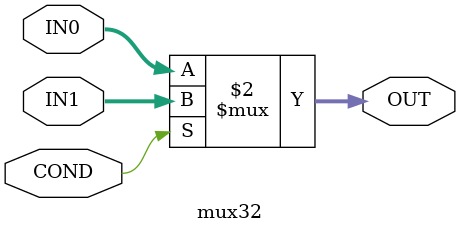
<source format=v>
`timescale 1ns / 1ps
module mux32(
		input [31:0] IN1,
		input [31:0] IN0,
		input COND,
		output [31:0] OUT
    );

	assign OUT = (COND == 1'b1) ? IN1 : IN0;

endmodule

</source>
